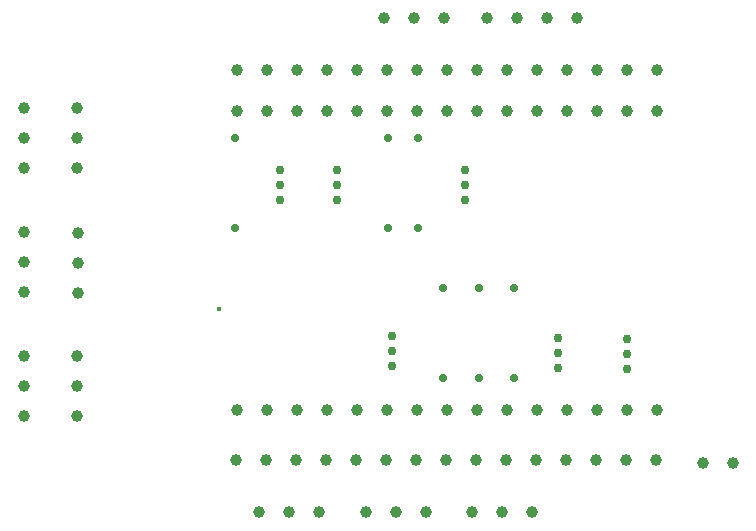
<source format=gbr>
%TF.GenerationSoftware,KiCad,Pcbnew,8.0.0*%
%TF.CreationDate,2025-01-05T23:08:31+05:30*%
%TF.ProjectId,sunday_pcb,73756e64-6179-45f7-9063-622e6b696361,rev?*%
%TF.SameCoordinates,Original*%
%TF.FileFunction,Plated,1,2,PTH,Drill*%
%TF.FilePolarity,Positive*%
%FSLAX46Y46*%
G04 Gerber Fmt 4.6, Leading zero omitted, Abs format (unit mm)*
G04 Created by KiCad (PCBNEW 8.0.0) date 2025-01-05 23:08:31*
%MOMM*%
%LPD*%
G01*
G04 APERTURE LIST*
%TA.AperFunction,ViaDrill*%
%ADD10C,0.400000*%
%TD*%
%TA.AperFunction,ComponentDrill*%
%ADD11C,0.700000*%
%TD*%
%TA.AperFunction,ComponentDrill*%
%ADD12C,0.750000*%
%TD*%
%TA.AperFunction,ComponentDrill*%
%ADD13C,1.000000*%
%TD*%
G04 APERTURE END LIST*
D10*
X137640000Y-106870000D03*
D11*
%TO.C,R3*%
X139000000Y-92370000D03*
X139000000Y-99990000D03*
%TO.C,R1*%
X152000000Y-92380000D03*
X152000000Y-100000000D03*
%TO.C,R2*%
X154500000Y-92380000D03*
X154500000Y-100000000D03*
%TO.C,R4*%
X156640000Y-105060000D03*
X156640000Y-112680000D03*
%TO.C,R6*%
X159640000Y-105060000D03*
X159640000Y-112680000D03*
%TO.C,R5*%
X162640000Y-105060000D03*
X162640000Y-112680000D03*
D12*
%TO.C,Q3*%
X142780000Y-95100000D03*
X142780000Y-96370000D03*
X142780000Y-97640000D03*
%TO.C,Q2*%
X147640000Y-95100000D03*
X147640000Y-96370000D03*
X147640000Y-97640000D03*
%TO.C,Q4*%
X152280000Y-109100000D03*
X152280000Y-110370000D03*
X152280000Y-111640000D03*
%TO.C,Q1*%
X158500000Y-95100000D03*
X158500000Y-96370000D03*
X158500000Y-97640000D03*
%TO.C,Q6*%
X166370000Y-109330000D03*
X166370000Y-110600000D03*
X166370000Y-111870000D03*
%TO.C,Q5*%
X172230000Y-109370000D03*
X172230000Y-110640000D03*
X172230000Y-111910000D03*
D13*
%TO.C,pH*%
X121140000Y-89830000D03*
X121140000Y-92370000D03*
X121140000Y-94910000D03*
%TO.C,Water1*%
X121140000Y-100330000D03*
X121140000Y-102870000D03*
X121140000Y-105410000D03*
%TO.C,Water0*%
X121140000Y-110830000D03*
X121140000Y-113370000D03*
X121140000Y-115910000D03*
%TO.C,N*%
X125640000Y-89790000D03*
X125640000Y-92330000D03*
X125640000Y-94870000D03*
%TO.C,K*%
X125640000Y-110830000D03*
X125640000Y-113370000D03*
X125640000Y-115910000D03*
%TO.C,P*%
X125690000Y-100400000D03*
X125690000Y-102940000D03*
X125690000Y-105480000D03*
%TO.C,J1*%
X139120000Y-119620000D03*
%TO.C,J2*%
X139160000Y-86620000D03*
%TO.C,ESP32DEVKITV1*%
X139200000Y-90120000D03*
X139200000Y-115370000D03*
%TO.C,SOIL0*%
X141060000Y-124045000D03*
%TO.C,J1*%
X141660000Y-119620000D03*
%TO.C,J2*%
X141700000Y-86620000D03*
%TO.C,ESP32DEVKITV1*%
X141740000Y-90120000D03*
X141740000Y-115370000D03*
%TO.C,SOIL0*%
X143600000Y-124045000D03*
%TO.C,J1*%
X144200000Y-119620000D03*
%TO.C,J2*%
X144240000Y-86620000D03*
%TO.C,ESP32DEVKITV1*%
X144280000Y-90120000D03*
X144280000Y-115370000D03*
%TO.C,SOIL0*%
X146140000Y-124045000D03*
%TO.C,J1*%
X146740000Y-119620000D03*
%TO.C,J2*%
X146780000Y-86620000D03*
%TO.C,ESP32DEVKITV1*%
X146820000Y-90120000D03*
X146820000Y-115370000D03*
%TO.C,J1*%
X149280000Y-119620000D03*
%TO.C,J2*%
X149320000Y-86620000D03*
%TO.C,ESP32DEVKITV1*%
X149360000Y-90120000D03*
X149360000Y-115370000D03*
%TO.C,GAS0*%
X150085000Y-124070000D03*
%TO.C,DHT11*%
X151640000Y-82220000D03*
%TO.C,J1*%
X151820000Y-119620000D03*
%TO.C,J2*%
X151860000Y-86620000D03*
%TO.C,ESP32DEVKITV1*%
X151900000Y-90120000D03*
X151900000Y-115370000D03*
%TO.C,GAS0*%
X152625000Y-124070000D03*
%TO.C,DHT11*%
X154180000Y-82220000D03*
%TO.C,J1*%
X154360000Y-119620000D03*
%TO.C,J2*%
X154400000Y-86620000D03*
%TO.C,ESP32DEVKITV1*%
X154440000Y-90120000D03*
X154440000Y-115370000D03*
%TO.C,GAS0*%
X155165000Y-124070000D03*
%TO.C,DHT11*%
X156720000Y-82220000D03*
%TO.C,J1*%
X156900000Y-119620000D03*
%TO.C,J2*%
X156940000Y-86620000D03*
%TO.C,ESP32DEVKITV1*%
X156980000Y-90120000D03*
X156980000Y-115370000D03*
%TO.C,RAIN0*%
X159085000Y-124070000D03*
%TO.C,J1*%
X159440000Y-119620000D03*
%TO.C,J2*%
X159480000Y-86620000D03*
%TO.C,ESP32DEVKITV1*%
X159520000Y-90120000D03*
X159520000Y-115370000D03*
%TO.C,J3*%
X160320000Y-82245000D03*
%TO.C,RAIN0*%
X161625000Y-124070000D03*
%TO.C,J1*%
X161980000Y-119620000D03*
%TO.C,J2*%
X162020000Y-86620000D03*
%TO.C,ESP32DEVKITV1*%
X162060000Y-90120000D03*
X162060000Y-115370000D03*
%TO.C,J3*%
X162860000Y-82245000D03*
%TO.C,RAIN0*%
X164165000Y-124070000D03*
%TO.C,J1*%
X164520000Y-119620000D03*
%TO.C,J2*%
X164560000Y-86620000D03*
%TO.C,ESP32DEVKITV1*%
X164600000Y-90120000D03*
X164600000Y-115370000D03*
%TO.C,J3*%
X165400000Y-82245000D03*
%TO.C,J1*%
X167060000Y-119620000D03*
%TO.C,J2*%
X167100000Y-86620000D03*
%TO.C,ESP32DEVKITV1*%
X167140000Y-90120000D03*
X167140000Y-115370000D03*
%TO.C,J3*%
X167940000Y-82245000D03*
%TO.C,J1*%
X169600000Y-119620000D03*
%TO.C,J2*%
X169640000Y-86620000D03*
%TO.C,ESP32DEVKITV1*%
X169680000Y-90120000D03*
X169680000Y-115370000D03*
%TO.C,J1*%
X172140000Y-119620000D03*
%TO.C,J2*%
X172180000Y-86620000D03*
%TO.C,ESP32DEVKITV1*%
X172220000Y-90120000D03*
X172220000Y-115370000D03*
%TO.C,J1*%
X174680000Y-119620000D03*
%TO.C,J2*%
X174720000Y-86620000D03*
%TO.C,ESP32DEVKITV1*%
X174760000Y-90120000D03*
X174760000Y-115370000D03*
%TO.C,PowerIN_1*%
X178600000Y-119870000D03*
X181140000Y-119870000D03*
M02*

</source>
